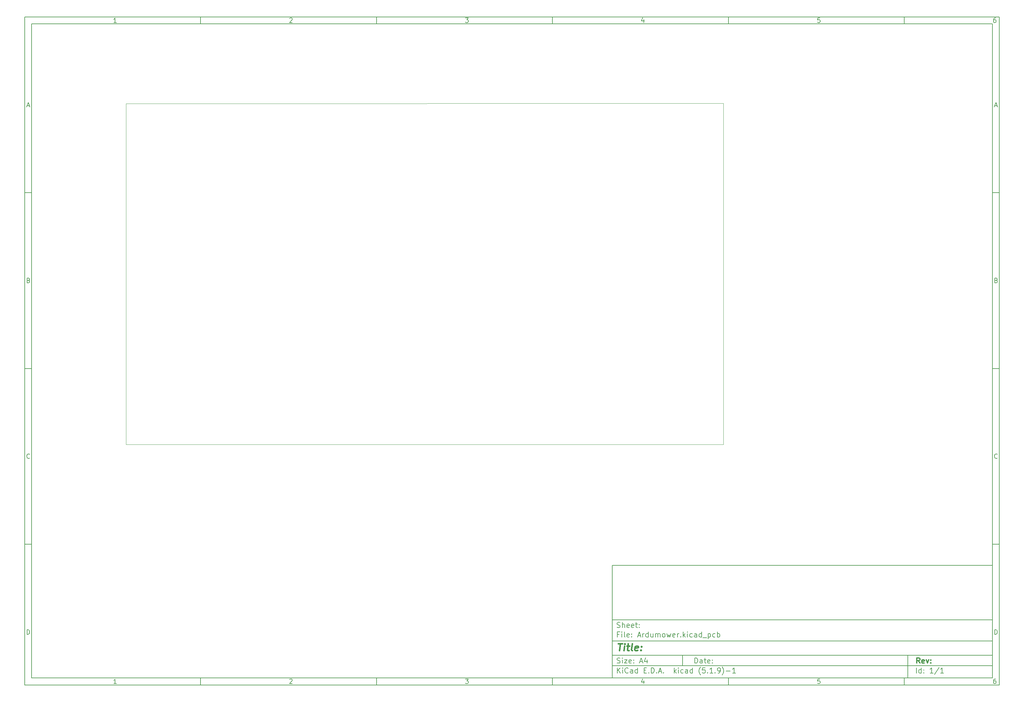
<source format=gbr>
%TF.GenerationSoftware,KiCad,Pcbnew,(5.1.9)-1*%
%TF.CreationDate,2021-05-21T09:57:04+02:00*%
%TF.ProjectId,Ardumower,41726475-6d6f-4776-9572-2e6b69636164,rev?*%
%TF.SameCoordinates,Original*%
%TF.FileFunction,Profile,NP*%
%FSLAX46Y46*%
G04 Gerber Fmt 4.6, Leading zero omitted, Abs format (unit mm)*
G04 Created by KiCad (PCBNEW (5.1.9)-1) date 2021-05-21 09:57:04*
%MOMM*%
%LPD*%
G01*
G04 APERTURE LIST*
%ADD10C,0.100000*%
%ADD11C,0.150000*%
%ADD12C,0.300000*%
%ADD13C,0.400000*%
%TA.AperFunction,Profile*%
%ADD14C,0.050000*%
%TD*%
G04 APERTURE END LIST*
D10*
D11*
X177002200Y-166007200D02*
X177002200Y-198007200D01*
X285002200Y-198007200D01*
X285002200Y-166007200D01*
X177002200Y-166007200D01*
D10*
D11*
X10000000Y-10000000D02*
X10000000Y-200007200D01*
X287002200Y-200007200D01*
X287002200Y-10000000D01*
X10000000Y-10000000D01*
D10*
D11*
X12000000Y-12000000D02*
X12000000Y-198007200D01*
X285002200Y-198007200D01*
X285002200Y-12000000D01*
X12000000Y-12000000D01*
D10*
D11*
X60000000Y-12000000D02*
X60000000Y-10000000D01*
D10*
D11*
X110000000Y-12000000D02*
X110000000Y-10000000D01*
D10*
D11*
X160000000Y-12000000D02*
X160000000Y-10000000D01*
D10*
D11*
X210000000Y-12000000D02*
X210000000Y-10000000D01*
D10*
D11*
X260000000Y-12000000D02*
X260000000Y-10000000D01*
D10*
D11*
X36065476Y-11588095D02*
X35322619Y-11588095D01*
X35694047Y-11588095D02*
X35694047Y-10288095D01*
X35570238Y-10473809D01*
X35446428Y-10597619D01*
X35322619Y-10659523D01*
D10*
D11*
X85322619Y-10411904D02*
X85384523Y-10350000D01*
X85508333Y-10288095D01*
X85817857Y-10288095D01*
X85941666Y-10350000D01*
X86003571Y-10411904D01*
X86065476Y-10535714D01*
X86065476Y-10659523D01*
X86003571Y-10845238D01*
X85260714Y-11588095D01*
X86065476Y-11588095D01*
D10*
D11*
X135260714Y-10288095D02*
X136065476Y-10288095D01*
X135632142Y-10783333D01*
X135817857Y-10783333D01*
X135941666Y-10845238D01*
X136003571Y-10907142D01*
X136065476Y-11030952D01*
X136065476Y-11340476D01*
X136003571Y-11464285D01*
X135941666Y-11526190D01*
X135817857Y-11588095D01*
X135446428Y-11588095D01*
X135322619Y-11526190D01*
X135260714Y-11464285D01*
D10*
D11*
X185941666Y-10721428D02*
X185941666Y-11588095D01*
X185632142Y-10226190D02*
X185322619Y-11154761D01*
X186127380Y-11154761D01*
D10*
D11*
X236003571Y-10288095D02*
X235384523Y-10288095D01*
X235322619Y-10907142D01*
X235384523Y-10845238D01*
X235508333Y-10783333D01*
X235817857Y-10783333D01*
X235941666Y-10845238D01*
X236003571Y-10907142D01*
X236065476Y-11030952D01*
X236065476Y-11340476D01*
X236003571Y-11464285D01*
X235941666Y-11526190D01*
X235817857Y-11588095D01*
X235508333Y-11588095D01*
X235384523Y-11526190D01*
X235322619Y-11464285D01*
D10*
D11*
X285941666Y-10288095D02*
X285694047Y-10288095D01*
X285570238Y-10350000D01*
X285508333Y-10411904D01*
X285384523Y-10597619D01*
X285322619Y-10845238D01*
X285322619Y-11340476D01*
X285384523Y-11464285D01*
X285446428Y-11526190D01*
X285570238Y-11588095D01*
X285817857Y-11588095D01*
X285941666Y-11526190D01*
X286003571Y-11464285D01*
X286065476Y-11340476D01*
X286065476Y-11030952D01*
X286003571Y-10907142D01*
X285941666Y-10845238D01*
X285817857Y-10783333D01*
X285570238Y-10783333D01*
X285446428Y-10845238D01*
X285384523Y-10907142D01*
X285322619Y-11030952D01*
D10*
D11*
X60000000Y-198007200D02*
X60000000Y-200007200D01*
D10*
D11*
X110000000Y-198007200D02*
X110000000Y-200007200D01*
D10*
D11*
X160000000Y-198007200D02*
X160000000Y-200007200D01*
D10*
D11*
X210000000Y-198007200D02*
X210000000Y-200007200D01*
D10*
D11*
X260000000Y-198007200D02*
X260000000Y-200007200D01*
D10*
D11*
X36065476Y-199595295D02*
X35322619Y-199595295D01*
X35694047Y-199595295D02*
X35694047Y-198295295D01*
X35570238Y-198481009D01*
X35446428Y-198604819D01*
X35322619Y-198666723D01*
D10*
D11*
X85322619Y-198419104D02*
X85384523Y-198357200D01*
X85508333Y-198295295D01*
X85817857Y-198295295D01*
X85941666Y-198357200D01*
X86003571Y-198419104D01*
X86065476Y-198542914D01*
X86065476Y-198666723D01*
X86003571Y-198852438D01*
X85260714Y-199595295D01*
X86065476Y-199595295D01*
D10*
D11*
X135260714Y-198295295D02*
X136065476Y-198295295D01*
X135632142Y-198790533D01*
X135817857Y-198790533D01*
X135941666Y-198852438D01*
X136003571Y-198914342D01*
X136065476Y-199038152D01*
X136065476Y-199347676D01*
X136003571Y-199471485D01*
X135941666Y-199533390D01*
X135817857Y-199595295D01*
X135446428Y-199595295D01*
X135322619Y-199533390D01*
X135260714Y-199471485D01*
D10*
D11*
X185941666Y-198728628D02*
X185941666Y-199595295D01*
X185632142Y-198233390D02*
X185322619Y-199161961D01*
X186127380Y-199161961D01*
D10*
D11*
X236003571Y-198295295D02*
X235384523Y-198295295D01*
X235322619Y-198914342D01*
X235384523Y-198852438D01*
X235508333Y-198790533D01*
X235817857Y-198790533D01*
X235941666Y-198852438D01*
X236003571Y-198914342D01*
X236065476Y-199038152D01*
X236065476Y-199347676D01*
X236003571Y-199471485D01*
X235941666Y-199533390D01*
X235817857Y-199595295D01*
X235508333Y-199595295D01*
X235384523Y-199533390D01*
X235322619Y-199471485D01*
D10*
D11*
X285941666Y-198295295D02*
X285694047Y-198295295D01*
X285570238Y-198357200D01*
X285508333Y-198419104D01*
X285384523Y-198604819D01*
X285322619Y-198852438D01*
X285322619Y-199347676D01*
X285384523Y-199471485D01*
X285446428Y-199533390D01*
X285570238Y-199595295D01*
X285817857Y-199595295D01*
X285941666Y-199533390D01*
X286003571Y-199471485D01*
X286065476Y-199347676D01*
X286065476Y-199038152D01*
X286003571Y-198914342D01*
X285941666Y-198852438D01*
X285817857Y-198790533D01*
X285570238Y-198790533D01*
X285446428Y-198852438D01*
X285384523Y-198914342D01*
X285322619Y-199038152D01*
D10*
D11*
X10000000Y-60000000D02*
X12000000Y-60000000D01*
D10*
D11*
X10000000Y-110000000D02*
X12000000Y-110000000D01*
D10*
D11*
X10000000Y-160000000D02*
X12000000Y-160000000D01*
D10*
D11*
X10690476Y-35216666D02*
X11309523Y-35216666D01*
X10566666Y-35588095D02*
X11000000Y-34288095D01*
X11433333Y-35588095D01*
D10*
D11*
X11092857Y-84907142D02*
X11278571Y-84969047D01*
X11340476Y-85030952D01*
X11402380Y-85154761D01*
X11402380Y-85340476D01*
X11340476Y-85464285D01*
X11278571Y-85526190D01*
X11154761Y-85588095D01*
X10659523Y-85588095D01*
X10659523Y-84288095D01*
X11092857Y-84288095D01*
X11216666Y-84350000D01*
X11278571Y-84411904D01*
X11340476Y-84535714D01*
X11340476Y-84659523D01*
X11278571Y-84783333D01*
X11216666Y-84845238D01*
X11092857Y-84907142D01*
X10659523Y-84907142D01*
D10*
D11*
X11402380Y-135464285D02*
X11340476Y-135526190D01*
X11154761Y-135588095D01*
X11030952Y-135588095D01*
X10845238Y-135526190D01*
X10721428Y-135402380D01*
X10659523Y-135278571D01*
X10597619Y-135030952D01*
X10597619Y-134845238D01*
X10659523Y-134597619D01*
X10721428Y-134473809D01*
X10845238Y-134350000D01*
X11030952Y-134288095D01*
X11154761Y-134288095D01*
X11340476Y-134350000D01*
X11402380Y-134411904D01*
D10*
D11*
X10659523Y-185588095D02*
X10659523Y-184288095D01*
X10969047Y-184288095D01*
X11154761Y-184350000D01*
X11278571Y-184473809D01*
X11340476Y-184597619D01*
X11402380Y-184845238D01*
X11402380Y-185030952D01*
X11340476Y-185278571D01*
X11278571Y-185402380D01*
X11154761Y-185526190D01*
X10969047Y-185588095D01*
X10659523Y-185588095D01*
D10*
D11*
X287002200Y-60000000D02*
X285002200Y-60000000D01*
D10*
D11*
X287002200Y-110000000D02*
X285002200Y-110000000D01*
D10*
D11*
X287002200Y-160000000D02*
X285002200Y-160000000D01*
D10*
D11*
X285692676Y-35216666D02*
X286311723Y-35216666D01*
X285568866Y-35588095D02*
X286002200Y-34288095D01*
X286435533Y-35588095D01*
D10*
D11*
X286095057Y-84907142D02*
X286280771Y-84969047D01*
X286342676Y-85030952D01*
X286404580Y-85154761D01*
X286404580Y-85340476D01*
X286342676Y-85464285D01*
X286280771Y-85526190D01*
X286156961Y-85588095D01*
X285661723Y-85588095D01*
X285661723Y-84288095D01*
X286095057Y-84288095D01*
X286218866Y-84350000D01*
X286280771Y-84411904D01*
X286342676Y-84535714D01*
X286342676Y-84659523D01*
X286280771Y-84783333D01*
X286218866Y-84845238D01*
X286095057Y-84907142D01*
X285661723Y-84907142D01*
D10*
D11*
X286404580Y-135464285D02*
X286342676Y-135526190D01*
X286156961Y-135588095D01*
X286033152Y-135588095D01*
X285847438Y-135526190D01*
X285723628Y-135402380D01*
X285661723Y-135278571D01*
X285599819Y-135030952D01*
X285599819Y-134845238D01*
X285661723Y-134597619D01*
X285723628Y-134473809D01*
X285847438Y-134350000D01*
X286033152Y-134288095D01*
X286156961Y-134288095D01*
X286342676Y-134350000D01*
X286404580Y-134411904D01*
D10*
D11*
X285661723Y-185588095D02*
X285661723Y-184288095D01*
X285971247Y-184288095D01*
X286156961Y-184350000D01*
X286280771Y-184473809D01*
X286342676Y-184597619D01*
X286404580Y-184845238D01*
X286404580Y-185030952D01*
X286342676Y-185278571D01*
X286280771Y-185402380D01*
X286156961Y-185526190D01*
X285971247Y-185588095D01*
X285661723Y-185588095D01*
D10*
D11*
X200434342Y-193785771D02*
X200434342Y-192285771D01*
X200791485Y-192285771D01*
X201005771Y-192357200D01*
X201148628Y-192500057D01*
X201220057Y-192642914D01*
X201291485Y-192928628D01*
X201291485Y-193142914D01*
X201220057Y-193428628D01*
X201148628Y-193571485D01*
X201005771Y-193714342D01*
X200791485Y-193785771D01*
X200434342Y-193785771D01*
X202577200Y-193785771D02*
X202577200Y-193000057D01*
X202505771Y-192857200D01*
X202362914Y-192785771D01*
X202077200Y-192785771D01*
X201934342Y-192857200D01*
X202577200Y-193714342D02*
X202434342Y-193785771D01*
X202077200Y-193785771D01*
X201934342Y-193714342D01*
X201862914Y-193571485D01*
X201862914Y-193428628D01*
X201934342Y-193285771D01*
X202077200Y-193214342D01*
X202434342Y-193214342D01*
X202577200Y-193142914D01*
X203077200Y-192785771D02*
X203648628Y-192785771D01*
X203291485Y-192285771D02*
X203291485Y-193571485D01*
X203362914Y-193714342D01*
X203505771Y-193785771D01*
X203648628Y-193785771D01*
X204720057Y-193714342D02*
X204577200Y-193785771D01*
X204291485Y-193785771D01*
X204148628Y-193714342D01*
X204077200Y-193571485D01*
X204077200Y-193000057D01*
X204148628Y-192857200D01*
X204291485Y-192785771D01*
X204577200Y-192785771D01*
X204720057Y-192857200D01*
X204791485Y-193000057D01*
X204791485Y-193142914D01*
X204077200Y-193285771D01*
X205434342Y-193642914D02*
X205505771Y-193714342D01*
X205434342Y-193785771D01*
X205362914Y-193714342D01*
X205434342Y-193642914D01*
X205434342Y-193785771D01*
X205434342Y-192857200D02*
X205505771Y-192928628D01*
X205434342Y-193000057D01*
X205362914Y-192928628D01*
X205434342Y-192857200D01*
X205434342Y-193000057D01*
D10*
D11*
X177002200Y-194507200D02*
X285002200Y-194507200D01*
D10*
D11*
X178434342Y-196585771D02*
X178434342Y-195085771D01*
X179291485Y-196585771D02*
X178648628Y-195728628D01*
X179291485Y-195085771D02*
X178434342Y-195942914D01*
X179934342Y-196585771D02*
X179934342Y-195585771D01*
X179934342Y-195085771D02*
X179862914Y-195157200D01*
X179934342Y-195228628D01*
X180005771Y-195157200D01*
X179934342Y-195085771D01*
X179934342Y-195228628D01*
X181505771Y-196442914D02*
X181434342Y-196514342D01*
X181220057Y-196585771D01*
X181077200Y-196585771D01*
X180862914Y-196514342D01*
X180720057Y-196371485D01*
X180648628Y-196228628D01*
X180577200Y-195942914D01*
X180577200Y-195728628D01*
X180648628Y-195442914D01*
X180720057Y-195300057D01*
X180862914Y-195157200D01*
X181077200Y-195085771D01*
X181220057Y-195085771D01*
X181434342Y-195157200D01*
X181505771Y-195228628D01*
X182791485Y-196585771D02*
X182791485Y-195800057D01*
X182720057Y-195657200D01*
X182577200Y-195585771D01*
X182291485Y-195585771D01*
X182148628Y-195657200D01*
X182791485Y-196514342D02*
X182648628Y-196585771D01*
X182291485Y-196585771D01*
X182148628Y-196514342D01*
X182077200Y-196371485D01*
X182077200Y-196228628D01*
X182148628Y-196085771D01*
X182291485Y-196014342D01*
X182648628Y-196014342D01*
X182791485Y-195942914D01*
X184148628Y-196585771D02*
X184148628Y-195085771D01*
X184148628Y-196514342D02*
X184005771Y-196585771D01*
X183720057Y-196585771D01*
X183577200Y-196514342D01*
X183505771Y-196442914D01*
X183434342Y-196300057D01*
X183434342Y-195871485D01*
X183505771Y-195728628D01*
X183577200Y-195657200D01*
X183720057Y-195585771D01*
X184005771Y-195585771D01*
X184148628Y-195657200D01*
X186005771Y-195800057D02*
X186505771Y-195800057D01*
X186720057Y-196585771D02*
X186005771Y-196585771D01*
X186005771Y-195085771D01*
X186720057Y-195085771D01*
X187362914Y-196442914D02*
X187434342Y-196514342D01*
X187362914Y-196585771D01*
X187291485Y-196514342D01*
X187362914Y-196442914D01*
X187362914Y-196585771D01*
X188077200Y-196585771D02*
X188077200Y-195085771D01*
X188434342Y-195085771D01*
X188648628Y-195157200D01*
X188791485Y-195300057D01*
X188862914Y-195442914D01*
X188934342Y-195728628D01*
X188934342Y-195942914D01*
X188862914Y-196228628D01*
X188791485Y-196371485D01*
X188648628Y-196514342D01*
X188434342Y-196585771D01*
X188077200Y-196585771D01*
X189577200Y-196442914D02*
X189648628Y-196514342D01*
X189577200Y-196585771D01*
X189505771Y-196514342D01*
X189577200Y-196442914D01*
X189577200Y-196585771D01*
X190220057Y-196157200D02*
X190934342Y-196157200D01*
X190077200Y-196585771D02*
X190577200Y-195085771D01*
X191077200Y-196585771D01*
X191577200Y-196442914D02*
X191648628Y-196514342D01*
X191577200Y-196585771D01*
X191505771Y-196514342D01*
X191577200Y-196442914D01*
X191577200Y-196585771D01*
X194577200Y-196585771D02*
X194577200Y-195085771D01*
X194720057Y-196014342D02*
X195148628Y-196585771D01*
X195148628Y-195585771D02*
X194577200Y-196157200D01*
X195791485Y-196585771D02*
X195791485Y-195585771D01*
X195791485Y-195085771D02*
X195720057Y-195157200D01*
X195791485Y-195228628D01*
X195862914Y-195157200D01*
X195791485Y-195085771D01*
X195791485Y-195228628D01*
X197148628Y-196514342D02*
X197005771Y-196585771D01*
X196720057Y-196585771D01*
X196577200Y-196514342D01*
X196505771Y-196442914D01*
X196434342Y-196300057D01*
X196434342Y-195871485D01*
X196505771Y-195728628D01*
X196577200Y-195657200D01*
X196720057Y-195585771D01*
X197005771Y-195585771D01*
X197148628Y-195657200D01*
X198434342Y-196585771D02*
X198434342Y-195800057D01*
X198362914Y-195657200D01*
X198220057Y-195585771D01*
X197934342Y-195585771D01*
X197791485Y-195657200D01*
X198434342Y-196514342D02*
X198291485Y-196585771D01*
X197934342Y-196585771D01*
X197791485Y-196514342D01*
X197720057Y-196371485D01*
X197720057Y-196228628D01*
X197791485Y-196085771D01*
X197934342Y-196014342D01*
X198291485Y-196014342D01*
X198434342Y-195942914D01*
X199791485Y-196585771D02*
X199791485Y-195085771D01*
X199791485Y-196514342D02*
X199648628Y-196585771D01*
X199362914Y-196585771D01*
X199220057Y-196514342D01*
X199148628Y-196442914D01*
X199077200Y-196300057D01*
X199077200Y-195871485D01*
X199148628Y-195728628D01*
X199220057Y-195657200D01*
X199362914Y-195585771D01*
X199648628Y-195585771D01*
X199791485Y-195657200D01*
X202077200Y-197157200D02*
X202005771Y-197085771D01*
X201862914Y-196871485D01*
X201791485Y-196728628D01*
X201720057Y-196514342D01*
X201648628Y-196157200D01*
X201648628Y-195871485D01*
X201720057Y-195514342D01*
X201791485Y-195300057D01*
X201862914Y-195157200D01*
X202005771Y-194942914D01*
X202077200Y-194871485D01*
X203362914Y-195085771D02*
X202648628Y-195085771D01*
X202577200Y-195800057D01*
X202648628Y-195728628D01*
X202791485Y-195657200D01*
X203148628Y-195657200D01*
X203291485Y-195728628D01*
X203362914Y-195800057D01*
X203434342Y-195942914D01*
X203434342Y-196300057D01*
X203362914Y-196442914D01*
X203291485Y-196514342D01*
X203148628Y-196585771D01*
X202791485Y-196585771D01*
X202648628Y-196514342D01*
X202577200Y-196442914D01*
X204077200Y-196442914D02*
X204148628Y-196514342D01*
X204077200Y-196585771D01*
X204005771Y-196514342D01*
X204077200Y-196442914D01*
X204077200Y-196585771D01*
X205577200Y-196585771D02*
X204720057Y-196585771D01*
X205148628Y-196585771D02*
X205148628Y-195085771D01*
X205005771Y-195300057D01*
X204862914Y-195442914D01*
X204720057Y-195514342D01*
X206220057Y-196442914D02*
X206291485Y-196514342D01*
X206220057Y-196585771D01*
X206148628Y-196514342D01*
X206220057Y-196442914D01*
X206220057Y-196585771D01*
X207005771Y-196585771D02*
X207291485Y-196585771D01*
X207434342Y-196514342D01*
X207505771Y-196442914D01*
X207648628Y-196228628D01*
X207720057Y-195942914D01*
X207720057Y-195371485D01*
X207648628Y-195228628D01*
X207577200Y-195157200D01*
X207434342Y-195085771D01*
X207148628Y-195085771D01*
X207005771Y-195157200D01*
X206934342Y-195228628D01*
X206862914Y-195371485D01*
X206862914Y-195728628D01*
X206934342Y-195871485D01*
X207005771Y-195942914D01*
X207148628Y-196014342D01*
X207434342Y-196014342D01*
X207577200Y-195942914D01*
X207648628Y-195871485D01*
X207720057Y-195728628D01*
X208220057Y-197157200D02*
X208291485Y-197085771D01*
X208434342Y-196871485D01*
X208505771Y-196728628D01*
X208577200Y-196514342D01*
X208648628Y-196157200D01*
X208648628Y-195871485D01*
X208577200Y-195514342D01*
X208505771Y-195300057D01*
X208434342Y-195157200D01*
X208291485Y-194942914D01*
X208220057Y-194871485D01*
X209362914Y-196014342D02*
X210505771Y-196014342D01*
X212005771Y-196585771D02*
X211148628Y-196585771D01*
X211577200Y-196585771D02*
X211577200Y-195085771D01*
X211434342Y-195300057D01*
X211291485Y-195442914D01*
X211148628Y-195514342D01*
D10*
D11*
X177002200Y-191507200D02*
X285002200Y-191507200D01*
D10*
D12*
X264411485Y-193785771D02*
X263911485Y-193071485D01*
X263554342Y-193785771D02*
X263554342Y-192285771D01*
X264125771Y-192285771D01*
X264268628Y-192357200D01*
X264340057Y-192428628D01*
X264411485Y-192571485D01*
X264411485Y-192785771D01*
X264340057Y-192928628D01*
X264268628Y-193000057D01*
X264125771Y-193071485D01*
X263554342Y-193071485D01*
X265625771Y-193714342D02*
X265482914Y-193785771D01*
X265197200Y-193785771D01*
X265054342Y-193714342D01*
X264982914Y-193571485D01*
X264982914Y-193000057D01*
X265054342Y-192857200D01*
X265197200Y-192785771D01*
X265482914Y-192785771D01*
X265625771Y-192857200D01*
X265697200Y-193000057D01*
X265697200Y-193142914D01*
X264982914Y-193285771D01*
X266197200Y-192785771D02*
X266554342Y-193785771D01*
X266911485Y-192785771D01*
X267482914Y-193642914D02*
X267554342Y-193714342D01*
X267482914Y-193785771D01*
X267411485Y-193714342D01*
X267482914Y-193642914D01*
X267482914Y-193785771D01*
X267482914Y-192857200D02*
X267554342Y-192928628D01*
X267482914Y-193000057D01*
X267411485Y-192928628D01*
X267482914Y-192857200D01*
X267482914Y-193000057D01*
D10*
D11*
X178362914Y-193714342D02*
X178577200Y-193785771D01*
X178934342Y-193785771D01*
X179077200Y-193714342D01*
X179148628Y-193642914D01*
X179220057Y-193500057D01*
X179220057Y-193357200D01*
X179148628Y-193214342D01*
X179077200Y-193142914D01*
X178934342Y-193071485D01*
X178648628Y-193000057D01*
X178505771Y-192928628D01*
X178434342Y-192857200D01*
X178362914Y-192714342D01*
X178362914Y-192571485D01*
X178434342Y-192428628D01*
X178505771Y-192357200D01*
X178648628Y-192285771D01*
X179005771Y-192285771D01*
X179220057Y-192357200D01*
X179862914Y-193785771D02*
X179862914Y-192785771D01*
X179862914Y-192285771D02*
X179791485Y-192357200D01*
X179862914Y-192428628D01*
X179934342Y-192357200D01*
X179862914Y-192285771D01*
X179862914Y-192428628D01*
X180434342Y-192785771D02*
X181220057Y-192785771D01*
X180434342Y-193785771D01*
X181220057Y-193785771D01*
X182362914Y-193714342D02*
X182220057Y-193785771D01*
X181934342Y-193785771D01*
X181791485Y-193714342D01*
X181720057Y-193571485D01*
X181720057Y-193000057D01*
X181791485Y-192857200D01*
X181934342Y-192785771D01*
X182220057Y-192785771D01*
X182362914Y-192857200D01*
X182434342Y-193000057D01*
X182434342Y-193142914D01*
X181720057Y-193285771D01*
X183077200Y-193642914D02*
X183148628Y-193714342D01*
X183077200Y-193785771D01*
X183005771Y-193714342D01*
X183077200Y-193642914D01*
X183077200Y-193785771D01*
X183077200Y-192857200D02*
X183148628Y-192928628D01*
X183077200Y-193000057D01*
X183005771Y-192928628D01*
X183077200Y-192857200D01*
X183077200Y-193000057D01*
X184862914Y-193357200D02*
X185577200Y-193357200D01*
X184720057Y-193785771D02*
X185220057Y-192285771D01*
X185720057Y-193785771D01*
X186862914Y-192785771D02*
X186862914Y-193785771D01*
X186505771Y-192214342D02*
X186148628Y-193285771D01*
X187077200Y-193285771D01*
D10*
D11*
X263434342Y-196585771D02*
X263434342Y-195085771D01*
X264791485Y-196585771D02*
X264791485Y-195085771D01*
X264791485Y-196514342D02*
X264648628Y-196585771D01*
X264362914Y-196585771D01*
X264220057Y-196514342D01*
X264148628Y-196442914D01*
X264077200Y-196300057D01*
X264077200Y-195871485D01*
X264148628Y-195728628D01*
X264220057Y-195657200D01*
X264362914Y-195585771D01*
X264648628Y-195585771D01*
X264791485Y-195657200D01*
X265505771Y-196442914D02*
X265577200Y-196514342D01*
X265505771Y-196585771D01*
X265434342Y-196514342D01*
X265505771Y-196442914D01*
X265505771Y-196585771D01*
X265505771Y-195657200D02*
X265577200Y-195728628D01*
X265505771Y-195800057D01*
X265434342Y-195728628D01*
X265505771Y-195657200D01*
X265505771Y-195800057D01*
X268148628Y-196585771D02*
X267291485Y-196585771D01*
X267720057Y-196585771D02*
X267720057Y-195085771D01*
X267577200Y-195300057D01*
X267434342Y-195442914D01*
X267291485Y-195514342D01*
X269862914Y-195014342D02*
X268577200Y-196942914D01*
X271148628Y-196585771D02*
X270291485Y-196585771D01*
X270720057Y-196585771D02*
X270720057Y-195085771D01*
X270577200Y-195300057D01*
X270434342Y-195442914D01*
X270291485Y-195514342D01*
D10*
D11*
X177002200Y-187507200D02*
X285002200Y-187507200D01*
D10*
D13*
X178714580Y-188211961D02*
X179857438Y-188211961D01*
X179036009Y-190211961D02*
X179286009Y-188211961D01*
X180274104Y-190211961D02*
X180440771Y-188878628D01*
X180524104Y-188211961D02*
X180416961Y-188307200D01*
X180500295Y-188402438D01*
X180607438Y-188307200D01*
X180524104Y-188211961D01*
X180500295Y-188402438D01*
X181107438Y-188878628D02*
X181869342Y-188878628D01*
X181476485Y-188211961D02*
X181262200Y-189926247D01*
X181333628Y-190116723D01*
X181512200Y-190211961D01*
X181702676Y-190211961D01*
X182655057Y-190211961D02*
X182476485Y-190116723D01*
X182405057Y-189926247D01*
X182619342Y-188211961D01*
X184190771Y-190116723D02*
X183988390Y-190211961D01*
X183607438Y-190211961D01*
X183428866Y-190116723D01*
X183357438Y-189926247D01*
X183452676Y-189164342D01*
X183571723Y-188973866D01*
X183774104Y-188878628D01*
X184155057Y-188878628D01*
X184333628Y-188973866D01*
X184405057Y-189164342D01*
X184381247Y-189354819D01*
X183405057Y-189545295D01*
X185155057Y-190021485D02*
X185238390Y-190116723D01*
X185131247Y-190211961D01*
X185047914Y-190116723D01*
X185155057Y-190021485D01*
X185131247Y-190211961D01*
X185286009Y-188973866D02*
X185369342Y-189069104D01*
X185262200Y-189164342D01*
X185178866Y-189069104D01*
X185286009Y-188973866D01*
X185262200Y-189164342D01*
D10*
D11*
X178934342Y-185600057D02*
X178434342Y-185600057D01*
X178434342Y-186385771D02*
X178434342Y-184885771D01*
X179148628Y-184885771D01*
X179720057Y-186385771D02*
X179720057Y-185385771D01*
X179720057Y-184885771D02*
X179648628Y-184957200D01*
X179720057Y-185028628D01*
X179791485Y-184957200D01*
X179720057Y-184885771D01*
X179720057Y-185028628D01*
X180648628Y-186385771D02*
X180505771Y-186314342D01*
X180434342Y-186171485D01*
X180434342Y-184885771D01*
X181791485Y-186314342D02*
X181648628Y-186385771D01*
X181362914Y-186385771D01*
X181220057Y-186314342D01*
X181148628Y-186171485D01*
X181148628Y-185600057D01*
X181220057Y-185457200D01*
X181362914Y-185385771D01*
X181648628Y-185385771D01*
X181791485Y-185457200D01*
X181862914Y-185600057D01*
X181862914Y-185742914D01*
X181148628Y-185885771D01*
X182505771Y-186242914D02*
X182577200Y-186314342D01*
X182505771Y-186385771D01*
X182434342Y-186314342D01*
X182505771Y-186242914D01*
X182505771Y-186385771D01*
X182505771Y-185457200D02*
X182577200Y-185528628D01*
X182505771Y-185600057D01*
X182434342Y-185528628D01*
X182505771Y-185457200D01*
X182505771Y-185600057D01*
X184291485Y-185957200D02*
X185005771Y-185957200D01*
X184148628Y-186385771D02*
X184648628Y-184885771D01*
X185148628Y-186385771D01*
X185648628Y-186385771D02*
X185648628Y-185385771D01*
X185648628Y-185671485D02*
X185720057Y-185528628D01*
X185791485Y-185457200D01*
X185934342Y-185385771D01*
X186077200Y-185385771D01*
X187220057Y-186385771D02*
X187220057Y-184885771D01*
X187220057Y-186314342D02*
X187077200Y-186385771D01*
X186791485Y-186385771D01*
X186648628Y-186314342D01*
X186577200Y-186242914D01*
X186505771Y-186100057D01*
X186505771Y-185671485D01*
X186577200Y-185528628D01*
X186648628Y-185457200D01*
X186791485Y-185385771D01*
X187077200Y-185385771D01*
X187220057Y-185457200D01*
X188577200Y-185385771D02*
X188577200Y-186385771D01*
X187934342Y-185385771D02*
X187934342Y-186171485D01*
X188005771Y-186314342D01*
X188148628Y-186385771D01*
X188362914Y-186385771D01*
X188505771Y-186314342D01*
X188577200Y-186242914D01*
X189291485Y-186385771D02*
X189291485Y-185385771D01*
X189291485Y-185528628D02*
X189362914Y-185457200D01*
X189505771Y-185385771D01*
X189720057Y-185385771D01*
X189862914Y-185457200D01*
X189934342Y-185600057D01*
X189934342Y-186385771D01*
X189934342Y-185600057D02*
X190005771Y-185457200D01*
X190148628Y-185385771D01*
X190362914Y-185385771D01*
X190505771Y-185457200D01*
X190577200Y-185600057D01*
X190577200Y-186385771D01*
X191505771Y-186385771D02*
X191362914Y-186314342D01*
X191291485Y-186242914D01*
X191220057Y-186100057D01*
X191220057Y-185671485D01*
X191291485Y-185528628D01*
X191362914Y-185457200D01*
X191505771Y-185385771D01*
X191720057Y-185385771D01*
X191862914Y-185457200D01*
X191934342Y-185528628D01*
X192005771Y-185671485D01*
X192005771Y-186100057D01*
X191934342Y-186242914D01*
X191862914Y-186314342D01*
X191720057Y-186385771D01*
X191505771Y-186385771D01*
X192505771Y-185385771D02*
X192791485Y-186385771D01*
X193077200Y-185671485D01*
X193362914Y-186385771D01*
X193648628Y-185385771D01*
X194791485Y-186314342D02*
X194648628Y-186385771D01*
X194362914Y-186385771D01*
X194220057Y-186314342D01*
X194148628Y-186171485D01*
X194148628Y-185600057D01*
X194220057Y-185457200D01*
X194362914Y-185385771D01*
X194648628Y-185385771D01*
X194791485Y-185457200D01*
X194862914Y-185600057D01*
X194862914Y-185742914D01*
X194148628Y-185885771D01*
X195505771Y-186385771D02*
X195505771Y-185385771D01*
X195505771Y-185671485D02*
X195577200Y-185528628D01*
X195648628Y-185457200D01*
X195791485Y-185385771D01*
X195934342Y-185385771D01*
X196434342Y-186242914D02*
X196505771Y-186314342D01*
X196434342Y-186385771D01*
X196362914Y-186314342D01*
X196434342Y-186242914D01*
X196434342Y-186385771D01*
X197148628Y-186385771D02*
X197148628Y-184885771D01*
X197291485Y-185814342D02*
X197720057Y-186385771D01*
X197720057Y-185385771D02*
X197148628Y-185957200D01*
X198362914Y-186385771D02*
X198362914Y-185385771D01*
X198362914Y-184885771D02*
X198291485Y-184957200D01*
X198362914Y-185028628D01*
X198434342Y-184957200D01*
X198362914Y-184885771D01*
X198362914Y-185028628D01*
X199720057Y-186314342D02*
X199577200Y-186385771D01*
X199291485Y-186385771D01*
X199148628Y-186314342D01*
X199077200Y-186242914D01*
X199005771Y-186100057D01*
X199005771Y-185671485D01*
X199077200Y-185528628D01*
X199148628Y-185457200D01*
X199291485Y-185385771D01*
X199577200Y-185385771D01*
X199720057Y-185457200D01*
X201005771Y-186385771D02*
X201005771Y-185600057D01*
X200934342Y-185457200D01*
X200791485Y-185385771D01*
X200505771Y-185385771D01*
X200362914Y-185457200D01*
X201005771Y-186314342D02*
X200862914Y-186385771D01*
X200505771Y-186385771D01*
X200362914Y-186314342D01*
X200291485Y-186171485D01*
X200291485Y-186028628D01*
X200362914Y-185885771D01*
X200505771Y-185814342D01*
X200862914Y-185814342D01*
X201005771Y-185742914D01*
X202362914Y-186385771D02*
X202362914Y-184885771D01*
X202362914Y-186314342D02*
X202220057Y-186385771D01*
X201934342Y-186385771D01*
X201791485Y-186314342D01*
X201720057Y-186242914D01*
X201648628Y-186100057D01*
X201648628Y-185671485D01*
X201720057Y-185528628D01*
X201791485Y-185457200D01*
X201934342Y-185385771D01*
X202220057Y-185385771D01*
X202362914Y-185457200D01*
X202720057Y-186528628D02*
X203862914Y-186528628D01*
X204220057Y-185385771D02*
X204220057Y-186885771D01*
X204220057Y-185457200D02*
X204362914Y-185385771D01*
X204648628Y-185385771D01*
X204791485Y-185457200D01*
X204862914Y-185528628D01*
X204934342Y-185671485D01*
X204934342Y-186100057D01*
X204862914Y-186242914D01*
X204791485Y-186314342D01*
X204648628Y-186385771D01*
X204362914Y-186385771D01*
X204220057Y-186314342D01*
X206220057Y-186314342D02*
X206077200Y-186385771D01*
X205791485Y-186385771D01*
X205648628Y-186314342D01*
X205577200Y-186242914D01*
X205505771Y-186100057D01*
X205505771Y-185671485D01*
X205577200Y-185528628D01*
X205648628Y-185457200D01*
X205791485Y-185385771D01*
X206077200Y-185385771D01*
X206220057Y-185457200D01*
X206862914Y-186385771D02*
X206862914Y-184885771D01*
X206862914Y-185457200D02*
X207005771Y-185385771D01*
X207291485Y-185385771D01*
X207434342Y-185457200D01*
X207505771Y-185528628D01*
X207577200Y-185671485D01*
X207577200Y-186100057D01*
X207505771Y-186242914D01*
X207434342Y-186314342D01*
X207291485Y-186385771D01*
X207005771Y-186385771D01*
X206862914Y-186314342D01*
D10*
D11*
X177002200Y-181507200D02*
X285002200Y-181507200D01*
D10*
D11*
X178362914Y-183614342D02*
X178577200Y-183685771D01*
X178934342Y-183685771D01*
X179077200Y-183614342D01*
X179148628Y-183542914D01*
X179220057Y-183400057D01*
X179220057Y-183257200D01*
X179148628Y-183114342D01*
X179077200Y-183042914D01*
X178934342Y-182971485D01*
X178648628Y-182900057D01*
X178505771Y-182828628D01*
X178434342Y-182757200D01*
X178362914Y-182614342D01*
X178362914Y-182471485D01*
X178434342Y-182328628D01*
X178505771Y-182257200D01*
X178648628Y-182185771D01*
X179005771Y-182185771D01*
X179220057Y-182257200D01*
X179862914Y-183685771D02*
X179862914Y-182185771D01*
X180505771Y-183685771D02*
X180505771Y-182900057D01*
X180434342Y-182757200D01*
X180291485Y-182685771D01*
X180077200Y-182685771D01*
X179934342Y-182757200D01*
X179862914Y-182828628D01*
X181791485Y-183614342D02*
X181648628Y-183685771D01*
X181362914Y-183685771D01*
X181220057Y-183614342D01*
X181148628Y-183471485D01*
X181148628Y-182900057D01*
X181220057Y-182757200D01*
X181362914Y-182685771D01*
X181648628Y-182685771D01*
X181791485Y-182757200D01*
X181862914Y-182900057D01*
X181862914Y-183042914D01*
X181148628Y-183185771D01*
X183077200Y-183614342D02*
X182934342Y-183685771D01*
X182648628Y-183685771D01*
X182505771Y-183614342D01*
X182434342Y-183471485D01*
X182434342Y-182900057D01*
X182505771Y-182757200D01*
X182648628Y-182685771D01*
X182934342Y-182685771D01*
X183077200Y-182757200D01*
X183148628Y-182900057D01*
X183148628Y-183042914D01*
X182434342Y-183185771D01*
X183577200Y-182685771D02*
X184148628Y-182685771D01*
X183791485Y-182185771D02*
X183791485Y-183471485D01*
X183862914Y-183614342D01*
X184005771Y-183685771D01*
X184148628Y-183685771D01*
X184648628Y-183542914D02*
X184720057Y-183614342D01*
X184648628Y-183685771D01*
X184577200Y-183614342D01*
X184648628Y-183542914D01*
X184648628Y-183685771D01*
X184648628Y-182757200D02*
X184720057Y-182828628D01*
X184648628Y-182900057D01*
X184577200Y-182828628D01*
X184648628Y-182757200D01*
X184648628Y-182900057D01*
D10*
D11*
X197002200Y-191507200D02*
X197002200Y-194507200D01*
D10*
D11*
X261002200Y-191507200D02*
X261002200Y-198007200D01*
D14*
X208570000Y-34610000D02*
X38800000Y-34620000D01*
X208570000Y-131620000D02*
X208570000Y-34610000D01*
X38840000Y-131620000D02*
X208570000Y-131620000D01*
X38800000Y-34620000D02*
X38840000Y-131620000D01*
M02*

</source>
